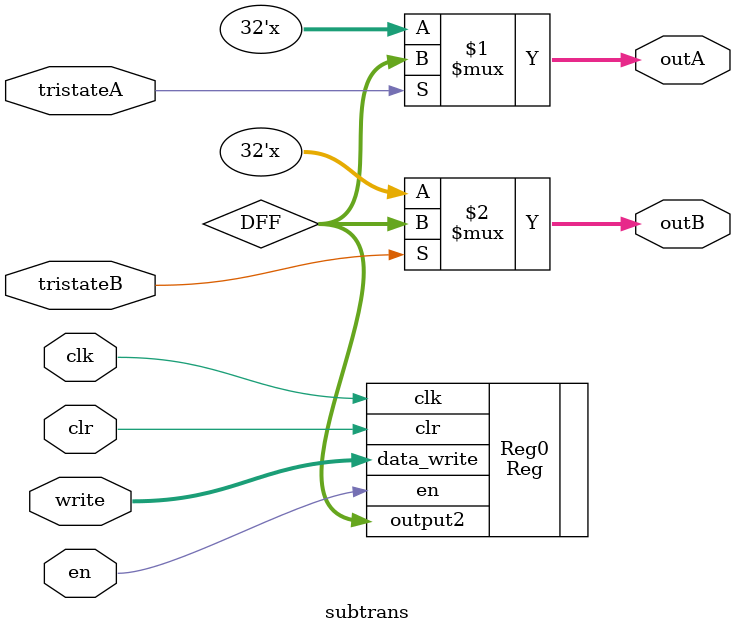
<source format=v>
module subtrans(write,clk,en,clr,tristateA,tristateB,outA,outB);

input [31:0]write;
input clk,en,clr,tristateA,tristateB;
output [31:0]outA,outB;
wire [31:0]DFF;

Reg Reg0(
	  .data_write(write[31:0]),
	  .clk(clk),
	  .en(en),
	  .clr(clr),
	  .output2(DFF[31:0])
	);
	assign outA[31:0] = tristateA ? DFF[31:0] : 32'bz; 
	assign outB[31:0] = tristateB ? DFF[31:0] : 32'bz;
endmodule
</source>
